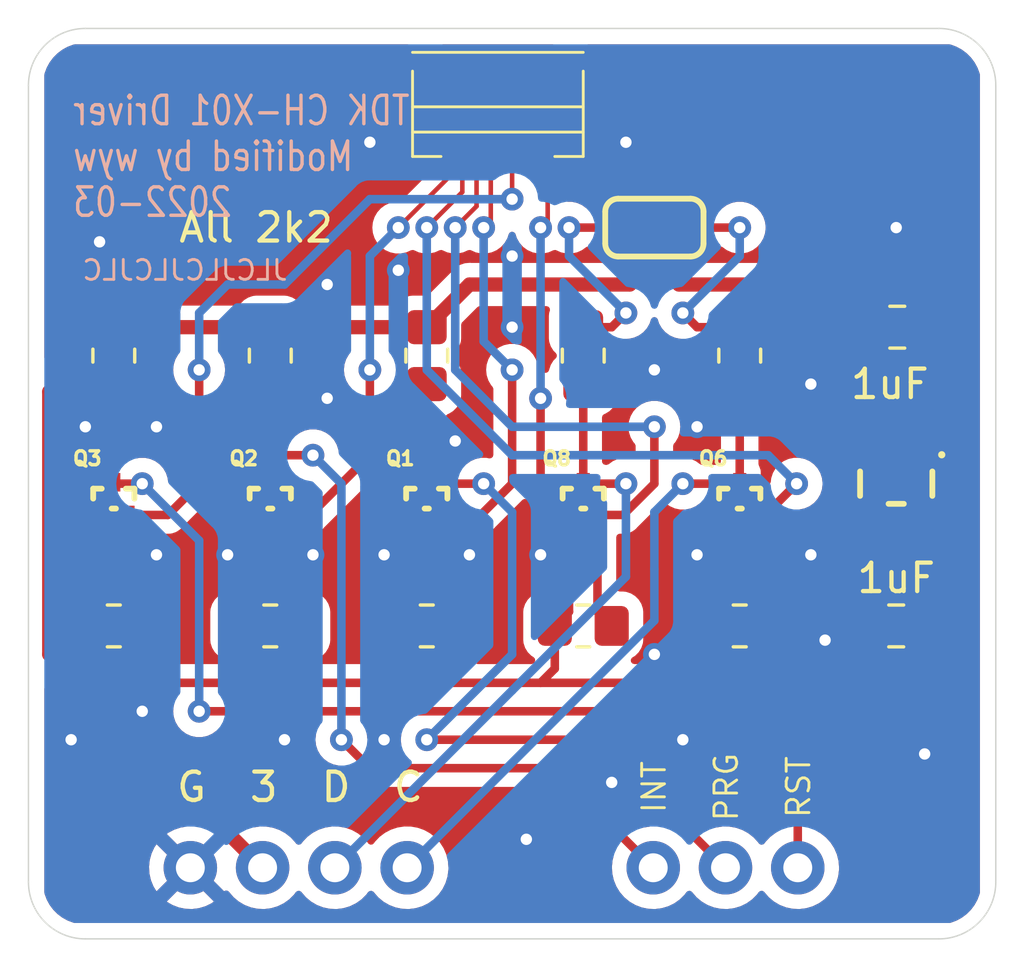
<source format=kicad_pcb>
(kicad_pcb (version 20211014) (generator pcbnew)
  (layers (0 "F.Cu" signal) (31 "B.Cu" signal) (34 "B.Paste" user) (35 "F.Paste" user) (36 "B.SilkS" user "B.Silkscreen") (37 "F.SilkS" user "F.Silkscreen") (38 "B.Mask" user) (39 "F.Mask" user) (44 "Edge.Cuts" user))
  (net 0 "")
  (net 1 "/SDA_HI")
  (net 2 "1.8V")
  (net 3 "VIN")
  (net 4 "/SCL_HI")
  (net 5 "/INT_HI")
  (net 6 "GND")
  (net 7 "/PROG_HI")
  (net 8 "/RST_HI")
  (net 9 "Net-(JP4-Pad1)")
  (net 10 "Net-(JP4-Pad3)")
  (net 11 "/PROG_LO")
  (net 12 "/INT_LO")
  (net 13 "/RST_LO")
  (net 14 "/SCL_LO")
  (net 15 "/SDA_LO")
  (footprint "Qwiic_Chirp_101:1X03_NO_SILK" (layer "F.Cu") (at 157.96 108.5)
    (fp_text reference "J5")
    (fp_text value "CONN_031X03_NO_SILK")
    (pad "1" thru_hole circle (at 0 0 90) (size 1.8796 1.8796) (drill 1.016) (layers *.Cu *.Mask) (net 5 "/INT_HI"))
    (pad "2" thru_hole circle (at 2.54 0 90) (size 1.8796 1.8796) (drill 1.016) (layers *.Cu *.Mask) (net 7 "/PROG_HI"))
    (pad "3" thru_hole circle (at 5.08 0 90) (size 1.8796 1.8796) (drill 1.016) (layers *.Cu *.Mask) (net 8 "/RST_HI"))
  )
  (footprint "Resistor_SMD:R_0805_2012Metric_Pad1.20x1.40mm_HandSolder" (layer "F.Cu") (at 161 100 180)
    (fp_text reference "R14")
    (fp_text value "2.2k")
    (fp_line (start -0.227064 -0.735) (end 0.227064 -0.735) (layer "F.SilkS") (width 0.12))
    (fp_line (start -0.227064 0.735) (end 0.227064 0.735) (layer "F.SilkS") (width 0.12))
    (pad "1" smd roundrect (at -1 0 180) (size 1.2 1.4) (layers "F.Cu" "F.Paste" "F.Mask") (roundrect_rratio 0.208333) (net 14 "/SCL_LO"))
    (pad "2" smd roundrect (at 1 0 180) (size 1.2 1.4) (layers "F.Cu" "F.Paste" "F.Mask") (roundrect_rratio 0.208333) (net 2 "1.8V"))
  )
  (footprint "Resistor_SMD:R_0805_2012Metric_Pad1.20x1.40mm_HandSolder" (layer "F.Cu") (at 139 90.5 90)
    (fp_text reference "R5")
    (fp_text value "2.2k")
    (fp_line (start -0.227064 0.735) (end 0.227064 0.735) (layer "F.SilkS") (width 0.12))
    (fp_line (start -0.227064 -0.735) (end 0.227064 -0.735) (layer "F.SilkS") (width 0.12))
    (pad "1" smd roundrect (at -1 0 90) (size 1.2 1.4) (layers "F.Cu" "F.Paste" "F.Mask") (roundrect_rratio 0.208333) (net 8 "/RST_HI"))
    (pad "2" smd roundrect (at 1 0 90) (size 1.2 1.4) (layers "F.Cu" "F.Paste" "F.Mask") (roundrect_rratio 0.208333) (net 3 "VIN"))
  )
  (footprint "Qwiic_Chirp_101:SOT-416FL" (layer "F.Cu") (at 155.5 95)
    (fp_text reference "Q8" (at -1.5 -0.6) (layer "F.SilkS") (effects (font (size 0.48768 0.48768) (thickness 0.12192)) (justify left bottom)))
    (fp_text value "20V/0.2A/8MHz/1.2Ω/1Vth")
    (fp_line (start 0.425 0.175) (end 0.725 0.175) (layer "F.SilkS") (width 0.2032))
    (fp_line (start -0.075 0.875) (end 0.075 0.875) (layer "F.SilkS") (width 0.2032))
    (fp_line (start 0.725 0.175) (end 0.725 0.525) (layer "F.SilkS") (width 0.2032))
    (fp_line (start -0.725 0.525) (end -0.725 0.175) (layer "F.SilkS") (width 0.2032))
    (fp_line (start -0.725 0.175) (end -0.425 0.175) (layer "F.SilkS") (width 0.2032))
    (pad "1" smd rect (at -0.5 1.1) (size 0.46 0.65) (layers "F.Cu" "F.Paste" "F.Mask") (net 2 "1.8V"))
    (pad "2" smd rect (at 0.5 1.1) (size 0.46 0.65) (layers "F.Cu" "F.Paste" "F.Mask") (net 15 "/SDA_LO"))
    (pad "3" smd rect (at 0 -0.05) (size 0.46 0.65) (layers "F.Cu" "F.Paste" "F.Mask") (net 1 "/SDA_HI"))
  )
  (footprint "Qwiic_Chirp_101:SMT-JUMPER_3_2-NC_TRACE_SILK" (layer "F.Cu") (at 158 86)
    (fp_text reference "JP4")
    (fp_text value "I2C PU")
    (fp_poly (pts (xy 0.3048 0.127) (xy 0.7112 0.127) (xy 0.7112 -0.127) (xy 0.3048 -0.127)) (layer "F.Cu") (width 0) (fill solid))
    (fp_poly (pts (xy -0.7112 0.127) (xy -0.3048 0.127) (xy -0.3048 -0.127) (xy -0.7112 -0.127)) (layer "F.Cu") (width 0) (fill solid))
    (fp_line (start -1.7272 0.5588) (end -1.7272 -0.5588) (layer "F.SilkS") (width 0.2032))
    (fp_line (start 1.27 1.016) (end -1.27 1.016) (layer "F.SilkS") (width 0.2032))
    (fp_line (start -1.27 -1.016) (end 1.27 -1.016) (layer "F.SilkS") (width 0.2032))
    (fp_line (start 1.7272 0.5588) (end 1.7272 -0.5588) (layer "F.SilkS") (width 0.2032))
    (fp_arc (start 1.7272 0.5588) (mid 1.593289 0.882089) (end 1.27 1.016) (layer "F.SilkS") (width 0.2032))
    (fp_arc (start 1.27 -1.016) (mid 1.593289 -0.882089) (end 1.7272 -0.5588) (layer "F.SilkS") (width 0.2032))
    (fp_arc (start -1.7272 -0.5588) (mid -1.593289 -0.882089) (end -1.27 -1.016) (layer "F.SilkS") (width 0.2032))
    (fp_arc (start -1.27 1.016) (mid -1.593289 0.882089) (end -1.7272 0.5588) (layer "F.SilkS") (width 0.2032))
    (pad "1" smd rect (at -1.016 0) (size 0.635 1.27) (layers "F.Cu" "F.Mask") (net 9 "Net-(JP4-Pad1)"))
    (pad "2" smd rect (at 0 0) (size 0.635 1.27) (layers "F.Cu" "F.Mask") (net 3 "VIN"))
    (pad "3" smd rect (at 1.016 0) (size 0.635 1.27) (layers "F.Cu" "F.Mask") (net 10 "Net-(JP4-Pad3)"))
  )
  (footprint "Qwiic_Chirp_101:SOT-416FL" (layer "F.Cu") (at 144.5 95)
    (fp_text reference "Q2" (at -1.5 -0.6) (layer "F.SilkS") (effects (font (size 0.48768 0.48768) (thickness 0.12192)) (justify left bottom)))
    (fp_text value "20V/0.2A/8MHz/1.2Ω/1Vth")
    (fp_line (start -0.725 0.175) (end -0.425 0.175) (layer "F.SilkS") (width 0.2032))
    (fp_line (start -0.725 0.525) (end -0.725 0.175) (layer "F.SilkS") (width 0.2032))
    (fp_line (start -0.075 0.875) (end 0.075 0.875) (layer "F.SilkS") (width 0.2032))
    (fp_line (start 0.725 0.175) (end 0.725 0.525) (layer "F.SilkS") (width 0.2032))
    (fp_line (start 0.425 0.175) (end 0.725 0.175) (layer "F.SilkS") (width 0.2032))
    (pad "1" smd rect (at -0.5 1.1) (size 0.46 0.65) (layers "F.Cu" "F.Paste" "F.Mask") (net 2 "1.8V"))
    (pad "2" smd rect (at 0.5 1.1) (size 0.46 0.65) (layers "F.Cu" "F.Paste" "F.Mask") (net 12 "/INT_LO"))
    (pad "3" smd rect (at 0 -0.05) (size 0.46 0.65) (layers "F.Cu" "F.Paste" "F.Mask") (net 5 "/INT_HI"))
  )
  (footprint "Qwiic_Chirp_101:FPC_MOLEX5034800800" (layer "F.Cu") (at 152.5 81.5 180)
    (fp_text reference "U$1")
    (fp_text value "MOD-CH101_CONNECTOR")
    (fp_line (start -3 -2) (end -3 1) (layer "F.SilkS") (width 0.1))
    (fp_line (start -2.998 -1.143) (end 2.998 -1.143) (layer "F.SilkS") (width 0.1))
    (fp_line (start 2 -2) (end 3 -2) (layer "F.SilkS") (width 0.1))
    (fp_line (start 2.998 -0.254) (end -2.998 -0.254) (layer "F.SilkS") (width 0.1))
    (fp_line (start -3 1.66) (end 3 1.66) (layer "F.SilkS") (width 0.1))
    (fp_line (start 3 -2) (end 3 1) (layer "F.SilkS") (width 0.1))
    (fp_line (start -2 -2) (end -3 -2) (layer "F.SilkS") (width 0.1))
    (pad "1" smd rect (at -1.75 -1.65 180) (size 0.2 0.6) (layers "F.Cu" "F.Paste" "F.Mask") (net 2 "1.8V"))
    (pad "2" smd rect (at -1.25 -1.65 180) (size 0.2 0.6) (layers "F.Cu" "F.Paste" "F.Mask") (net 6 "GND"))
    (pad "3" smd rect (at -0.75 -1.65 180) (size 0.2 0.6) (layers "F.Cu" "F.Paste" "F.Mask") (net 6 "GND"))
    (pad "4" smd rect (at -0.25 -1.65 180) (size 0.2 0.6) (layers "F.Cu" "F.Paste" "F.Mask") (net 13 "/RST_LO"))
    (pad "5" smd rect (at 0.25 -1.65 180) (size 0.2 0.6) (layers "F.Cu" "F.Paste" "F.Mask") (net 11 "/PROG_LO"))
    (pad "6" smd rect (at 0.75 -1.65 180) (size 0.2 0.6) (layers "F.Cu" "F.Paste" "F.Mask") (net 15 "/SDA_LO"))
    (pad "7" smd rect (at 1.25 -1.65 180) (size 0.2 0.6) (layers "F.Cu" "F.Paste" "F.Mask") (net 14 "/SCL_LO"))
    (pad "8" smd rect (at 1.75 -1.65 180) (size 0.2 0.6) (layers "F.Cu" "F.Paste" "F.Mask") (net 12 "/INT_LO"))
    (pad "MNT1" smd rect (at -2.55 1 180) (size 0.2 0.9) (layers "F.Cu" "F.Paste" "F.Mask"))
    (pad "MNT2" smd rect (at 2.55 1 180) (size 0.2 0.9) (layers "F.Cu" "F.Paste" "F.Mask"))
  )
  (footprint "Resistor_SMD:R_0805_2012Metric_Pad1.20x1.40mm_HandSolder" (layer "F.Cu") (at 150 100 180)
    (fp_text reference "R2")
    (fp_text value "2.2k")
    (fp_line (start -0.227064 0.735) (end 0.227064 0.735) (layer "F.SilkS") (width 0.12))
    (fp_line (start -0.227064 -0.735) (end 0.227064 -0.735) (layer "F.SilkS") (width 0.12))
    (pad "1" smd roundrect (at -1 0 180) (size 1.2 1.4) (layers "F.Cu" "F.Paste" "F.Mask") (roundrect_rratio 0.208333) (net 11 "/PROG_LO"))
    (pad "2" smd roundrect (at 1 0 180) (size 1.2 1.4) (layers "F.Cu" "F.Paste" "F.Mask") (roundrect_rratio 0.208333) (net 2 "1.8V"))
  )
  (footprint "Resistor_SMD:R_0805_2012Metric_Pad1.20x1.40mm_HandSolder" (layer "F.Cu") (at 144.5 100 180)
    (fp_text reference "R10")
    (fp_text value "2.2k")
    (fp_line (start -0.227064 -0.735) (end 0.227064 -0.735) (layer "F.SilkS") (width 0.12))
    (fp_line (start -0.227064 0.735) (end 0.227064 0.735) (layer "F.SilkS") (width 0.12))
    (pad "1" smd roundrect (at -1 0 180) (size 1.2 1.4) (layers "F.Cu" "F.Paste" "F.Mask") (roundrect_rratio 0.208333) (net 12 "/INT_LO"))
    (pad "2" smd roundrect (at 1 0 180) (size 1.2 1.4) (layers "F.Cu" "F.Paste" "F.Mask") (roundrect_rratio 0.208333) (net 2 "1.8V"))
  )
  (footprint "Resistor_SMD:R_0805_2012Metric_Pad1.20x1.40mm_HandSolder" (layer "F.Cu") (at 150 90.5 90)
    (fp_text reference "R3")
    (fp_text value "2.2k")
    (fp_line (start -0.227064 0.735) (end 0.227064 0.735) (layer "F.SilkS") (width 0.12))
    (fp_line (start -0.227064 -0.735) (end 0.227064 -0.735) (layer "F.SilkS") (width 0.12))
    (pad "1" smd roundrect (at -1 0 90) (size 1.2 1.4) (layers "F.Cu" "F.Paste" "F.Mask") (roundrect_rratio 0.208333) (net 7 "/PROG_HI"))
    (pad "2" smd roundrect (at 1 0 90) (size 1.2 1.4) (layers "F.Cu" "F.Paste" "F.Mask") (roundrect_rratio 0.208333) (net 3 "VIN"))
  )
  (footprint "Qwiic_Chirp_101:SOT23-5" (layer "F.Cu") (at 166.5 95 180)
    (fp_text reference "U1")
    (fp_text value "AP2127K-1.8V")
    (fp_line (start 1.27 -0.4294) (end 1.27 0.4294) (layer "F.SilkS") (width 0.2032))
    (fp_line (start -1.27 0.4294) (end -1.27 -0.4294) (layer "F.SilkS") (width 0.2032))
    (fp_line (start -0.2684 -0.7088) (end 0.2684 -0.7088) (layer "F.SilkS") (width 0.2032))
    (fp_circle (center -1.6002 1.016) (end -1.5367 1.016) (layer "F.SilkS") (width 0.127) (fill solid))
    (pad "1" smd rect (at -0.95 1.3001 180) (size 0.55 1.2) (layers "F.Cu" "F.Paste" "F.Mask") (net 3 "VIN"))
    (pad "2" smd rect (at 0 1.3001 180) (size 0.55 1.2) (layers "F.Cu" "F.Paste" "F.Mask") (net 6 "GND"))
    (pad "3" smd rect (at 0.95 1.3001 180) (size 0.55 1.2) (layers "F.Cu" "F.Paste" "F.Mask") (net 3 "VIN"))
    (pad "4" smd rect (at 0.95 -1.3001 180) (size 0.55 1.2) (layers "F.Cu" "F.Paste" "F.Mask"))
    (pad "5" smd rect (at -0.95 -1.3001 180) (size 0.55 1.2) (layers "F.Cu" "F.Paste" "F.Mask") (net 2 "1.8V"))
  )
  (footprint "Resistor_SMD:R_0805_2012Metric_Pad1.20x1.40mm_HandSolder" (layer "F.Cu") (at 155.5 90.5 90)
    (fp_text reference "R17")
    (fp_text value "2.2k")
    (fp_line (start -0.227064 0.735) (end 0.227064 0.735) (layer "F.SilkS") (width 0.12))
    (fp_line (start -0.227064 -0.735) (end 0.227064 -0.735) (layer "F.SilkS") (width 0.12))
    (pad "1" smd roundrect (at -1 0 90) (size 1.2 1.4) (layers "F.Cu" "F.Paste" "F.Mask") (roundrect_rratio 0.208333) (net 1 "/SDA_HI"))
    (pad "2" smd roundrect (at 1 0 90) (size 1.2 1.4) (layers "F.Cu" "F.Paste" "F.Mask") (roundrect_rratio 0.208333) (net 9 "Net-(JP4-Pad1)"))
  )
  (footprint "Qwiic_Chirp_101:1X04_NO_SILK" (layer "F.Cu") (at 141.69 108.5)
    (fp_text reference "J4")
    (fp_text value "CONN_041X04_NO_SILK")
    (pad "1" thru_hole circle (at 0 0 90) (size 1.8796 1.8796) (drill 1.016) (layers *.Cu *.Mask) (net 6 "GND"))
    (pad "2" thru_hole circle (at 2.54 0 90) (size 1.8796 1.8796) (drill 1.016) (layers *.Cu *.Mask) (net 3 "VIN"))
    (pad "3" thru_hole circle (at 5.08 0 90) (size 1.8796 1.8796) (drill 1.016) (layers *.Cu *.Mask) (net 1 "/SDA_HI"))
    (pad "4" thru_hole circle (at 7.62 0 90) (size 1.8796 1.8796) (drill 1.016) (layers *.Cu *.Mask) (net 4 "/SCL_HI"))
  )
  (footprint "Qwiic_Chirp_101:SOT-416FL" (layer "F.Cu") (at 161 95)
    (fp_text reference "Q6" (at -1.5 -0.6) (layer "F.SilkS") (effects (font (size 0.48768 0.48768) (thickness 0.12192)) (justify left bottom)))
    (fp_text value "20V/0.2A/8MHz/1.2Ω/1Vth")
    (fp_line (start -0.075 0.875) (end 0.075 0.875) (layer "F.SilkS") (width 0.2032))
    (fp_line (start -0.725 0.525) (end -0.725 0.175) (layer "F.SilkS") (width 0.2032))
    (fp_line (start -0.725 0.175) (end -0.425 0.175) (layer "F.SilkS") (width 0.2032))
    (fp_line (start 0.725 0.175) (end 0.725 0.525) (layer "F.SilkS") (width 0.2032))
    (fp_line (start 0.425 0.175) (end 0.725 0.175) (layer "F.SilkS") (width 0.2032))
    (pad "1" smd rect (at -0.5 1.1) (size 0.46 0.65) (layers "F.Cu" "F.Paste" "F.Mask") (net 2 "1.8V"))
    (pad "2" smd rect (at 0.5 1.1) (size 0.46 0.65) (layers "F.Cu" "F.Paste" "F.Mask") (net 14 "/SCL_LO"))
    (pad "3" smd rect (at 0 -0.05) (size 0.46 0.65) (layers "F.Cu" "F.Paste" "F.Mask") (net 4 "/SCL_HI"))
  )
  (footprint "Resistor_SMD:R_0805_2012Metric_Pad1.20x1.40mm_HandSolder" (layer "F.Cu") (at 155.5 100 180)
    (fp_text reference "R16")
    (fp_text value "2.2k")
    (fp_line (start -0.227064 0.735) (end 0.227064 0.735) (layer "F.SilkS") (width 0.12))
    (fp_line (start -0.227064 -0.735) (end 0.227064 -0.735) (layer "F.SilkS") (width 0.12))
    (pad "1" smd roundrect (at -1 0 180) (size 1.2 1.4) (layers "F.Cu" "F.Paste" "F.Mask") (roundrect_rratio 0.208333) (net 15 "/SDA_LO"))
    (pad "2" smd roundrect (at 1 0 180) (size 1.2 1.4) (layers "F.Cu" "F.Paste" "F.Mask") (roundrect_rratio 0.208333) (net 2 "1.8V"))
  )
  (footprint "Capacitor_SMD:C_0805_2012Metric_Pad1.18x1.45mm_HandSolder" (layer "F.Cu") (at 166.5375 89.5)
    (fp_text reference "1uF" (at -0.261252 2) (layer "F.SilkS"))
    (fp_text value "1.0uF")
    (fp_line (start -0.261252 -0.735) (end 0.261252 -0.735) (layer "F.SilkS") (width 0.12))
    (fp_line (start -0.261252 0.735) (end 0.261252 0.735) (layer "F.SilkS") (width 0.12))
    (pad "1" smd roundrect (at -1.0375 0) (size 1.175 1.45) (layers "F.Cu" "F.Paste" "F.Mask") (roundrect_rratio 0.212766) (net 3 "VIN"))
    (pad "2" smd roundrect (at 1.0375 0) (size 1.175 1.45) (layers "F.Cu" "F.Paste" "F.Mask") (roundrect_rratio 0.212766) (net 6 "GND"))
  )
  (footprint "Resistor_SMD:R_0805_2012Metric_Pad1.20x1.40mm_HandSolder" (layer "F.Cu") (at 161 90.5 90)
    (fp_text reference "R15")
    (fp_text value "2.2k")
    (fp_line (start -0.227064 0.735) (end 0.227064 0.735) (layer "F.SilkS") (width 0.12))
    (fp_line (start -0.227064 -0.735) (end 0.227064 -0.735) (layer "F.SilkS") (width 0.12))
    (pad "1" smd roundrect (at -1 0 90) (size 1.2 1.4) (layers "F.Cu" "F.Paste" "F.Mask") (roundrect_rratio 0.208333) (net 4 "/SCL_HI"))
    (pad "2" smd roundrect (at 1 0 90) (size 1.2 1.4) (layers "F.Cu" "F.Paste" "F.Mask") (roundrect_rratio 0.208333) (net 10 "Net-(JP4-Pad3)"))
  )
  (footprint "Resistor_SMD:R_0805_2012Metric_Pad1.20x1.40mm_HandSolder" (layer "F.Cu") (at 139 100 180)
    (fp_text reference "R4")
    (fp_text value "2.2k")
    (fp_line (start -0.227064 0.735) (end 0.227064 0.735) (layer "F.SilkS") (width 0.12))
    (fp_line (start -0.227064 -0.735) (end 0.227064 -0.735) (layer "F.SilkS") (width 0.12))
    (pad "1" smd roundrect (at -1 0 180) (size 1.2 1.4) (layers "F.Cu" "F.Paste" "F.Mask") (roundrect_rratio 0.208333) (net 13 "/RST_LO"))
    (pad "2" smd roundrect (at 1 0 180) (size 1.2 1.4) (layers "F.Cu" "F.Paste" "F.Mask") (roundrect_rratio 0.208333) (net 2 "1.8V"))
  )
  (footprint "Resistor_SMD:R_0805_2012Metric_Pad1.20x1.40mm_HandSolder" (layer "F.Cu") (at 144.5 90.5 90)
    (fp_text reference "R11")
    (fp_text value "2.2k")
    (fp_line (start -0.227064 -0.735) (end 0.227064 -0.735) (layer "F.SilkS") (width 0.12))
    (fp_line (start -0.227064 0.735) (end 0.227064 0.735) (layer "F.SilkS") (width 0.12))
    (pad "1" smd roundrect (at -1 0 90) (size 1.2 1.4) (layers "F.Cu" "F.Paste" "F.Mask") (roundrect_rratio 0.208333) (net 5 "/INT_HI"))
    (pad "2" smd roundrect (at 1 0 90) (size 1.2 1.4) (layers "F.Cu" "F.Paste" "F.Mask") (roundrect_rratio 0.208333) (net 3 "VIN"))
  )
  (footprint "Qwiic_Chirp_101:SOT-416FL" (layer "F.Cu") (at 150 95)
    (fp_text reference "Q1" (at -1.5 -0.6) (layer "F.SilkS") (effects (font (size 0.48768 0.48768) (thickness 0.12192)) (justify left bottom)))
    (fp_text value "20V/0.2A/8MHz/1.2Ω/1Vth")
    (fp_line (start 0.725 0.175) (end 0.725 0.525) (layer "F.SilkS") (width 0.2032))
    (fp_line (start 0.425 0.175) (end 0.725 0.175) (layer "F.SilkS") (width 0.2032))
    (fp_line (start -0.725 0.525) (end -0.725 0.175) (layer "F.SilkS") (width 0.2032))
    (fp_line (start -0.075 0.875) (end 0.075 0.875) (layer "F.SilkS") (width 0.2032))
    (fp_line (start -0.725 0.175) (end -0.425 0.175) (layer "F.SilkS") (width 0.2032))
    (pad "1" smd rect (at -0.5 1.1) (size 0.46 0.65) (layers "F.Cu" "F.Paste" "F.Mask") (net 2 "1.8V"))
    (pad "2" smd rect (at 0.5 1.1) (size 0.46 0.65) (layers "F.Cu" "F.Paste" "F.Mask") (net 11 "/PROG_LO"))
    (pad "3" smd rect (at 0 -0.05) (size 0.46 0.65) (layers "F.Cu" "F.Paste" "F.Mask") (net 7 "/PROG_HI"))
  )
  (footprint "Capacitor_SMD:C_0805_2012Metric_Pad1.18x1.45mm_HandSolder" (layer "F.Cu") (at 166.5 100)
    (fp_text reference "1uF" (at 0 -1.68 180) (layer "F.SilkS"))
    (fp_text value "1.0uF")
    (fp_line (start -0.261252 -0.735) (end 0.261252 -0.735) (layer "F.SilkS") (width 0.12))
    (fp_line (start -0.261252 0.735) (end 0.261252 0.735) (layer "F.SilkS") (width 0.12))
    (pad "1" smd roundrect (at -1.0375 0) (size 1.175 1.45) (layers "F.Cu" "F.Paste" "F.Mask") (roundrect_rratio 0.212766) (net 2 "1.8V"))
    (pad "2" smd roundrect (at 1.0375 0) (size 1.175 1.45) (layers "F.Cu" "F.Paste" "F.Mask") (roundrect_rratio 0.212766) (net 6 "GND"))
  )
  (footprint "Qwiic_Chirp_101:SOT-416FL" (layer "F.Cu") (at 139 95)
    (fp_text reference "Q3" (at -1.5 -0.6) (layer "F.SilkS") (effects (font (size 0.48768 0.48768) (thickness 0.12192)) (justify left bottom)))
    (fp_text value "20V/0.2A/8MHz/1.2Ω/1Vth")
    (fp_line (start -0.725 0.525) (end -0.725 0.175) (layer "F.SilkS") (width 0.2032))
    (fp_line (start -0.725 0.175) (end -0.425 0.175) (layer "F.SilkS") (width 0.2032))
    (fp_line (start -0.075 0.875) (end 0.075 0.875) (layer "F.SilkS") (width 0.2032))
    (fp_line (start 0.725 0.175) (end 0.725 0.525) (layer "F.SilkS") (width 0.2032))
    (fp_line (start 0.425 0.175) (end 0.725 0.175) (layer "F.SilkS") (width 0.2032))
    (pad "1" smd rect (at -0.5 1.1) (size 0.46 0.65) (layers "F.Cu" "F.Paste" "F.Mask") (net 2 "1.8V"))
    (pad "2" smd rect (at 0.5 1.1) (size 0.46 0.65) (layers "F.Cu" "F.Paste" "F.Mask") (net 13 "/RST_LO"))
    (pad "3" smd rect (at 0 -0.05) (size 0.46 0.65) (layers "F.Cu" "F.Paste" "F.Mask") (net 8 "/RST_HI"))
  )
  (gr_arc (start 168 79) (mid 169.414214 79.585786) (end 170 81) (layer "Edge.Cuts") (width 0.05))
  (gr_line (start 138 79) (end 168 79) (layer "Edge.Cuts") (width 0.05))
  (gr_arc (start 170 109) (mid 169.414214 110.414214) (end 168 111) (layer "Edge.Cuts") (width 0.05))
  (gr_line (start 136 109) (end 136 81) (layer "Edge.Cuts") (width 0.05))
  (gr_arc (start 138 111) (mid 136.585786 110.414214) (end 136 109) (layer "Edge.Cuts") (width 0.05))
  (gr_line (start 170 81) (end 170 109) (layer "Edge.Cuts") (width 0.05))
  (gr_line (start 168 111) (end 138 111) (layer "Edge.Cuts") (width 0.05))
  (gr_arc (start 136 81) (mid 136.585786 79.585786) (end 138 79) (layer "Edge.Cuts") (width 0.05))
  (gr_text "TDK CH-X01 Driver\nModified by wyw\n2022-03" (at 137.5 83.5) (layer "B.SilkS") (effects (font (size 1 0.8) (thickness 0.12)) (justify right mirror)))
  (gr_text "JLCJLCJLCJLC" (at 141.5 87.5) (layer "B.SilkS") (effects (font (size 0.7 0.7) (thickness 0.1)) (justify mirror)))
  (gr_text "C" (at 149.352 105.664) (layer "F.SilkS") (effects (font (size 1 1))))
  (gr_text "3" (at 144.272 105.664) (layer "F.SilkS") (effects (font (size 1 1))))
  (gr_text "INT" (at 157.988 105.664 90) (layer "F.SilkS") (effects (font (size 0.8 0.8) (thickness 0.1))))
  (gr_text "PRG" (at 160.528 105.664 90) (layer "F.SilkS") (effects (font (size 0.8 0.8) (thickness 0.1))))
  (gr_text "G" (at 141.732 105.664) (layer "F.SilkS") (effects (font (size 1 1))))
  (gr_text "All 2k2" (at 144 86) (layer "F.SilkS") (effects (font (size 1 1))))
  (gr_text "D" (at 146.812 105.664) (layer "F.SilkS") (effects (font (size 1 1))))
  (gr_text "RST" (at 163.068 105.664 90) (layer "F.SilkS") (effects (font (size 0.8 0.8) (thickness 0.1))))
  (segment (start 155.55 95) (end 155.5 94.95) (width 0.3) (layer "F.Cu") (net 1))
  (segment (start 155.5 91.5) (end 155.5 94.95) (width 0.3) (layer "F.Cu") (net 1))
  (segment (start 157 95) (end 155.55 95) (width 0.3) (layer "F.Cu") (net 1))
  (via (at 157 95) (size 0.8) (drill 0.4) (layers "F.Cu" "B.Cu") (net 1))
  (segment (start 153 102.27) (end 157 98.27) (width 0.3) (layer "B.Cu") (net 1))
  (segment (start 146.77 108.5) (end 153 102.27) (width 0.3) (layer "B.Cu") (net 1))
  (segment (start 157 98.27) (end 157 95) (width 0.3) (layer "B.Cu") (net 1))
  (segment (start 160.5 99.5) (end 160.5 96.1) (width 0.3) (layer "F.Cu") (net 2))
  (segment (start 154.25 83.15) (end 154.25 85.75) (width 0.16) (layer "F.Cu") (net 2))
  (segment (start 154.5 101.5) (end 154 102) (width 0.3) (layer "F.Cu") (net 2))
  (segment (start 154 92) (end 154 95.1) (width 0.3) (layer "F.Cu") (net 2))
  (segment (start 154.25 85.75) (end 154 86) (width 0.16) (layer "F.Cu") (net 2))
  (segment (start 138 100) (end 138.5 99.5) (width 0.3) (layer "F.Cu") (net 2))
  (segment (start 165.4625 100) (end 165.4625 99.5375) (width 0.3) (layer "F.Cu") (net 2))
  (segment (start 160 100) (end 160 101) (width 0.3) (layer "F.Cu") (net 2))
  (segment (start 149 102) (end 154 102) (width 0.3) (layer "F.Cu") (net 2))
  (segment (start 143.5 100) (end 143.5 101.5) (width 0.3) (layer "F.Cu") (net 2))
  (segment (start 144 102) (end 149 102) (width 0.3) (layer "F.Cu") (net 2))
  (segment (start 144 99.5) (end 144 96.1) (width 0.3) (layer "F.Cu") (net 2))
  (segment (start 160 100) (end 160.5 99.5) (width 0.3) (layer "F.Cu") (net 2))
  (segment (start 143.5 100) (end 144 99.5) (width 0.3) (layer "F.Cu") (net 2))
  (segment (start 165.4625 100.5375) (end 164 102) (width 0.3) (layer "F.Cu") (net 2))
  (segment (start 138 100) (end 138 101) (width 0.3) (layer "F.Cu") (net 2))
  (segment (start 154.5 100) (end 154.5 101.5) (width 0.3) (layer "F.Cu") (net 2))
  (segment (start 155 99.5) (end 155 96.1) (width 0.3) (layer "F.Cu") (net 2))
  (segment (start 154 102) (end 159 102) (width 0.3) (layer "F.Cu") (net 2))
  (segment (start 165.4625 99.5375) (end 167.45 97.55) (width 0.3) (layer "F.Cu") (net 2))
  (segment (start 160 101) (end 159 102) (width 0.3) (layer "F.Cu") (net 2))
  (segment (start 154.5 100) (end 155 99.5) (width 0.3) (layer "F.Cu") (net 2))
  (segment (start 149 100) (end 149.5 99.5) (width 0.3) (layer "F.Cu") (net 2))
  (segment (start 154 95.1) (end 155 96.1) (width 0.3) (layer "F.Cu") (net 2))
  (segment (start 138 101) (end 139 102) (width 0.3) (layer "F.Cu") (net 2))
  (segment (start 149.5 99.5) (end 149.5 96.1) (width 0.3) (layer "F.Cu") (net 2))
  (segment (start 138.5 99.5) (end 138.5 96.1) (width 0.3) (layer "F.Cu") (net 2))
  (segment (start 143.5 101.5) (end 144 102) (width 0.3) (layer "F.Cu") (net 2))
  (segment (start 149 100) (end 149 102) (width 0.3) (layer "F.Cu") (net 2))
  (segment (start 139 102) (end 144 102) (width 0.3) (layer "F.Cu") (net 2))
  (segment (start 165.4625 100) (end 165.4625 100.5375) (width 0.3) (layer "F.Cu") (net 2))
  (segment (start 164 102) (end 159 102) (width 0.3) (layer "F.Cu") (net 2))
  (segment (start 167.45 97.55) (end 167.45 96.3001) (width 0.3) (layer "F.Cu") (net 2))
  (via (at 154 92) (size 0.8) (drill 0.4) (layers "F.Cu" "B.Cu") (net 2))
  (via (at 154 86) (size 0.8) (drill 0.4) (layers "F.Cu" "B.Cu") (net 2))
  (segment (start 154 86) (end 154 92) (width 0.3) (layer "B.Cu") (net 2))
  (segment (start 151.5 88) (end 157.135 88) (width 0.5) (layer "F.Cu") (net 3))
  (segment (start 136.73 91.77) (end 139 89.5) (width 0.5) (layer "F.Cu") (net 3))
  (segment (start 167.45 93.6999) (end 167.45 92.45) (width 0.5) (layer "F.Cu") (net 3))
  (segment (start 165.5 93.6499) (end 165.55 93.6999) (width 0.5) (layer "F.Cu") (net 3))
  (segment (start 165.5 91.5) (end 165.5 93.6499) (width 0.5) (layer "F.Cu") (net 3))
  (segment (start 139 89.5) (end 144.5 89.5) (width 0.5) (layer "F.Cu") (net 3))
  (segment (start 150 89.5) (end 151.5 88) (width 0.5) (layer "F.Cu") (net 3))
  (segment (start 157.135 88) (end 158 87.135) (width 0.5) (layer "F.Cu") (net 3))
  (segment (start 158.865 88) (end 158 87.135) (width 0.5) (layer "F.Cu") (net 3))
  (segment (start 136.73 101) (end 136.73 91.77) (width 0.5) (layer "F.Cu") (net 3))
  (segment (start 144.5 89.5) (end 150 89.5) (width 0.5) (layer "F.Cu") (net 3))
  (segment (start 158 87.135) (end 158 86) (width 0.5) (layer "F.Cu") (net 3))
  (segment (start 164 88) (end 158.865 88) (width 0.5) (layer "F.Cu") (net 3))
  (segment (start 167.45 92.45) (end 166.5 91.5) (width 0.5) (layer "F.Cu") (net 3))
  (segment (start 144.23 108.5) (end 136.73 101) (width 0.5) (layer "F.Cu") (net 3))
  (segment (start 165.5 89.5) (end 165.5 91.5) (width 0.5) (layer "F.Cu") (net 3))
  (segment (start 166.5 91.5) (end 165.5 91.5) (width 0.5) (layer "F.Cu") (net 3))
  (segment (start 165.5 89.5) (end 164 88) (width 0.5) (layer "F.Cu") (net 3))
  (segment (start 159 95) (end 160.95 95) (width 0.3) (layer "F.Cu") (net 4))
  (segment (start 161 91.5) (end 161 94.95) (width 0.3) (layer "F.Cu") (net 4))
  (segment (start 160.95 95) (end 161 94.95) (width 0.3) (layer "F.Cu") (net 4))
  (via (at 159 95) (size 0.8) (drill 0.4) (layers "F.Cu" "B.Cu") (net 4))
  (segment (start 158 98) (end 158 96) (width 0.3) (layer "B.Cu") (net 4))
  (segment (start 149.31 108.5) (end 158 99.81) (width 0.3) (layer "B.Cu") (net 4))
  (segment (start 158 99.81) (end 158 98) (width 0.3) (layer "B.Cu") (net 4))
  (segment (start 158 96) (end 159 95) (width 0.3) (layer "B.Cu") (net 4))
  (segment (start 146 94) (end 145 94) (width 0.3) (layer "F.Cu") (net 5))
  (segment (start 148 105) (end 147 104) (width 0.3) (layer "F.Cu") (net 5))
  (segment (start 144.5 93.5) (end 144.5 94.95) (width 0.3) (layer "F.Cu") (net 5))
  (segment (start 157.96 108.5) (end 155.46 106) (width 0.3) (layer "F.Cu") (net 5))
  (segment (start 149 105) (end 148 105) (width 0.3) (layer "F.Cu") (net 5))
  (segment (start 154.46 105) (end 149 105) (width 0.3) (layer "F.Cu") (net 5))
  (segment (start 144.5 91.5) (end 144.5 93.5) (width 0.3) (layer "F.Cu") (net 5))
  (segment (start 155.46 106) (end 154.46 105) (width 0.3) (layer "F.Cu") (net 5))
  (segment (start 145 94) (end 144.5 93.5) (width 0.3) (layer "F.Cu") (net 5))
  (via (at 146 94) (size 0.8) (drill 0.4) (layers "F.Cu" "B.Cu") (net 5))
  (via (at 147 104) (size 0.8) (drill 0.4) (layers "F.Cu" "B.Cu") (net 5))
  (segment (start 147 95) (end 146 94) (width 0.3) (layer "B.Cu") (net 5))
  (segment (start 147 104) (end 147 95) (width 0.3) (layer "B.Cu") (net 5))
  (segment (start 153.25 83.15) (end 153.75 83.15) (width 0.16) (layer "F.Cu") (net 6))
  (segment (start 153.75 83.15) (end 153.75 82.25) (width 0.16) (layer "F.Cu") (net 6))
  (segment (start 153.75 82.25) (end 156.25 82.25) (width 0.16) (layer "F.Cu") (net 6))
  (segment (start 156.25 82.25) (end 157 83) (width 0.16) (layer "F.Cu") (net 6))
  (via (at 145 104) (size 0.8) (drill 0.4) (layers "F.Cu" "B.Cu") (net 6))
  (via (at 163.5 91.5) (size 0.8) (drill 0.4) (layers "F.Cu" "B.Cu") (net 6))
  (via (at 146.5 88) (size 0.8) (drill 0.4) (layers "F.Cu" "B.Cu") (net 6))
  (via (at 167.5 104.5) (size 0.8) (drill 0.4) (layers "F.Cu" "B.Cu") (net 6))
  (via (at 149 87.5) (size 0.8) (drill 0.4) (layers "F.Cu" "B.Cu") (net 6))
  (via (at 143 97.5) (size 0.8) (drill 0.4) (layers "F.Cu" "B.Cu") (net 6))
  (via (at 158 101) (size 0.8) (drill 0.4) (layers "F.Cu" "B.Cu") (net 6))
  (via (at 164 100.5) (size 0.8) (drill 0.4) (layers "F.Cu" "B.Cu") (net 6))
  (via (at 159.5 97.5) (size 0.8) (drill 0.4) (layers "F.Cu" "B.Cu") (net 6))
  (via (at 156.5 105.5) (size 0.8) (drill 0.4) (layers "F.Cu" "B.Cu") (net 6))
  (via (at 146 97.5) (size 0.8) (drill 0.4) (layers "F.Cu" "B.Cu") (net 6))
  (via (at 153 89.5) (size 0.8) (drill 0.4) (layers "F.Cu" "B.Cu") (net 6))
  (via (at 157 83) (size 0.8) (drill 0.4) (layers "F.Cu" "B.Cu") (net 6))
  (via (at 163.5 97.5) (size 0.8) (drill 0.4) (layers "F.Cu" "B.Cu") (net 6))
  (via (at 146.5 92) (size 0.8) (drill 0.4) (layers "F.Cu" "B.Cu") (net 6))
  (via (at 138 93) (size 0.8) (drill 0.4) (layers "F.Cu" "B.Cu") (net 6))
  (via (at 148 83) (size 0.8) (drill 0.4) (layers "F.Cu" "B.Cu") (net 6))
  (via (at 148.5 104) (size 0.8) (drill 0.4) (layers "F.Cu" "B.Cu") (net 6))
  (via (at 138.5 86.5) (size 0.8) (drill 0.4) (layers "F.Cu" "B.Cu") (net 6))
  (via (at 159.5 93) (size 0.8) (drill 0.4) (layers "F.Cu" "B.Cu") (net 6))
  (via (at 137.5 104) (size 0.8) (drill 0.4) (layers "F.Cu" "B.Cu") (net 6))
  (via (at 153.5 107.5) (size 0.8) (drill 0.4) (layers "F.Cu" "B.Cu") (net 6))
  (via (at 153 87) (size 0.8) (drill 0.4) (layers "F.Cu" "B.Cu") (net 6))
  (via (at 158 91) (size 0.8) (drill 0.4) (layers "F.Cu" "B.Cu") (net 6))
  (via (at 140.5 97.5) (size 0.8) (drill 0.4) (layers "F.Cu" "B.Cu") (net 6))
  (via (at 151 93.5) (size 0.8) (drill 0.4) (layers "F.Cu" "B.Cu") (net 6))
  (via (at 151.5 97.5) (size 0.8) (drill 0.4) (layers "F.Cu" "B.Cu") (net 6))
  (via (at 148.5 97.5) (size 0.8) (drill 0.4) (layers "F.Cu" "B.Cu") (net 6))
  (via (at 140 103) (size 0.8) (drill 0.4) (layers "F.Cu" "B.Cu") (net 6))
  (via (at 159 104) (size 0.8) (drill 0.4) (layers "F.Cu" "B.Cu") (net 6))
  (via (at 140.5 93) (size 0.8) (drill 0.4) (layers "F.Cu" "B.Cu") (net 6))
  (via (at 154 97.5) (size 0.8) (drill 0.4) (layers "F.Cu" "B.Cu") (net 6))
  (via (at 166.5 86) (size 0.8) (drill 0.4) (layers "F.Cu" "B.Cu") (net 6))
  (segment (start 160.5 108.5) (end 156 104) (width 0.3) (layer "F.Cu") (net 7))
  (segment (start 156 104) (end 150 104) (width 0.3) (layer "F.Cu") (net 7))
  (segment (start 152 95) (end 150.05 95) (width 0.3) (layer "F.Cu") (net 7))
  (segment (start 150 91.5) (end 150 94.95) (width 0.3) (layer "F.Cu") (net 7))
  (segment (start 150.05 95) (end 150 94.95) (width 0.3) (layer "F.Cu") (net 7))
  (via (at 150 104) (size 0.8) (drill 0.4) (layers "F.Cu" "B.Cu") (net 7))
  (via (at 152 95) (size 0.8) (drill 0.4) (layers "F.Cu" "B.Cu") (net 7))
  (segment (start 153 96) (end 152 95) (width 0.3) (layer "B.Cu") (net 7))
  (segment (start 153 101) (end 153 96) (width 0.3) (layer "B.Cu") (net 7))
  (segment (start 150 104) (end 153 101) (width 0.3) (layer "B.Cu") (net 7))
  (segment (start 162 103) (end 142 103) (width 0.3) (layer "F.Cu") (net 8))
  (segment (start 140 95) (end 139.05 95) (width 0.3) (layer "F.Cu") (net 8))
  (segment (start 163.04 104.04) (end 162 103) (width 0.3) (layer "F.Cu") (net 8))
  (segment (start 163.04 108.5) (end 163.04 104.04) (width 0.3) (layer "F.Cu") (net 8))
  (segment (start 139.05 95) (end 139 94.95) (width 0.3) (layer "F.Cu") (net 8))
  (segment (start 139 91.5) (end 139 94.95) (width 0.3) (layer "F.Cu") (net 8))
  (via (at 140 95) (size 0.8) (drill 0.4) (layers "F.Cu" "B.Cu") (net 8))
  (via (at 142 103) (size 0.8) (drill 0.4) (layers "F.Cu" "B.Cu") (net 8))
  (segment (start 142 103) (end 142 98) (width 0.3) (layer "B.Cu") (net 8))
  (segment (start 142 97) (end 140 95) (width 0.3) (layer "B.Cu") (net 8))
  (segment (start 142 98) (end 142 97) (width 0.3) (layer "B.Cu") (net 8))
  (segment (start 155 86) (end 156.984 86) (width 0.3) (layer "F.Cu") (net 9))
  (segment (start 155.5 89.5) (end 156.5 89.5) (width 0.3) (layer "F.Cu") (net 9))
  (segment (start 156.5 89.5) (end 157 89) (width 0.3) (layer "F.Cu") (net 9))
  (via (at 157 89) (size 0.8) (drill 0.4) (layers "F.Cu" "B.Cu") (net 9))
  (via (at 155 86) (size 0.8) (drill 0.4) (layers "F.Cu" "B.Cu") (net 9))
  (segment (start 155 87) (end 155 86) (width 0.3) (layer "B.Cu") (net 9))
  (segment (start 157 89) (end 155 87) (width 0.3) (layer "B.Cu") (net 9))
  (segment (start 161 89.5) (end 159.5 89.5) (width 0.3) (layer "F.Cu") (net 10))
  (segment (start 159.5 89.5) (end 159 89) (width 0.3) (layer "F.Cu") (net 10))
  (segment (start 161 86) (end 159.016 86) (width 0.3) (layer "F.Cu") (net 10))
  (via (at 161 86) (size 0.8) (drill 0.4) (layers "F.Cu" "B.Cu") (net 10))
  (via (at 159 89) (size 0.8) (drill 0.4) (layers "F.Cu" "B.Cu") (net 10))
  (segment (start 161 87) (end 161 86) (width 0.3) (layer "B.Cu") (net 10))
  (segment (start 159 89) (end 161 87) (width 0.3) (layer "B.Cu") (net 10))
  (segment (start 153 91) (end 153 95) (width 0.3) (layer "F.Cu") (net 11))
  (segment (start 150.5 99.5) (end 151 100) (width 0.3) (layer "F.Cu") (net 11))
  (segment (start 150.5 96.1) (end 150.5 99.5) (width 0.3) (layer "F.Cu") (net 11))
  (segment (start 152.25 85.75) (end 152 86) (width 0.16) (layer "F.Cu") (net 11))
  (segment (start 153 95) (end 151.9 96.1) (width 0.3) (layer "F.Cu") (net 11))
  (segment (start 151.9 96.1) (end 150.5 96.1) (width 0.3) (layer "F.Cu") (net 11))
  (segment (start 152.25 83.15) (end 152.25 85.75) (width 0.16) (layer "F.Cu") (net 11))
  (via (at 152 86) (size 0.8) (drill 0.4) (layers "F.Cu" "B.Cu") (net 11))
  (via (at 153 91) (size 0.8) (drill 0.4) (layers "F.Cu" "B.Cu") (net 11))
  (segment (start 152 89) (end 152 90) (width 0.3) (layer "B.Cu") (net 11))
  (segment (start 152 90) (end 153 91) (width 0.3) (layer "B.Cu") (net 11))
  (segment (start 152 86) (end 152 89) (width 0.3) (layer "B.Cu") (net 11))
  (segment (start 145 99.5) (end 145.5 100) (width 0.3) (layer "F.Cu") (net 12))
  (segment (start 150.75 83.15) (end 150.75 84.25) (width 0.16) (layer "F.Cu") (net 12))
  (segment (start 145.9 96.1) (end 148 94) (width 0.3) (layer "F.Cu") (net 12))
  (segment (start 145 96.1) (end 145 99.5) (width 0.3) (layer "F.Cu") (net 12))
  (segment (start 145 96.1) (end 145.9 96.1) (width 0.3) (layer "F.Cu") (net 12))
  (segment (start 150.75 84.25) (end 149 86) (width 0.16) (layer "F.Cu") (net 12))
  (segment (start 148 94) (end 148 91) (width 0.3) (layer "F.Cu") (net 12))
  (via (at 149 86) (size 0.8) (drill 0.4) (layers "F.Cu" "B.Cu") (net 12))
  (via (at 148 91) (size 0.8) (drill 0.4) (layers "F.Cu" "B.Cu") (net 12))
  (segment (start 148 87) (end 149 86) (width 0.3) (layer "B.Cu") (net 12))
  (segment (start 148 91) (end 148 87) (width 0.3) (layer "B.Cu") (net 12))
  (segment (start 153 83.86) (end 153 85) (width 0.16) (layer "F.Cu") (net 13))
  (segment (start 139.5 96.1) (end 139.5 99.5) (width 0.3) (layer "F.Cu") (net 13))
  (segment (start 139.5 99.5) (end 140 100) (width 0.3) (layer "F.Cu") (net 13))
  (segment (start 152.75 83.15) (end 152.75 83.61) (width 0.16) (layer "F.Cu") (net 13))
  (segment (start 142 95) (end 142 91) (width 0.3) (layer "F.Cu") (net 13))
  (segment (start 139.9 96.1) (end 140.9 96.1) (width 0.3) (layer "F.Cu") (net 13))
  (segment (start 140.9 96.1) (end 142 95) (width 0.3) (layer "F.Cu") (net 13))
  (segment (start 139.5 96.1) (end 139.9 96.1) (width 0.3) (layer "F.Cu") (net 13))
  (segment (start 152.75 83.61) (end 153 83.86) (width 0.16) (layer "F.Cu") (net 13))
  (via (at 153 85) (size 0.8) (drill 0.4) (layers "F.Cu" "B.Cu") (net 13))
  (via (at 142 91) (size 0.8) (drill 0.4) (layers "F.Cu" "B.Cu") (net 13))
  (segment (start 145 88) (end 148 85) (width 0.3) (layer "B.Cu") (net 13))
  (segment (start 143 88) (end 145 88) (width 0.3) (layer "B.Cu") (net 13))
  (segment (start 148 85) (end 153 85) (width 0.3) (layer "B.Cu") (net 13))
  (segment (start 142 91) (end 142 89) (width 0.3) (layer "B.Cu") (net 13))
  (segment (start 142 89) (end 143 88) (width 0.3) (layer "B.Cu") (net 13))
  (segment (start 163 95) (end 161.9 96.1) (width 0.3) (layer "F.Cu") (net 14))
  (segment (start 151.25 84.75) (end 150 86) (width 0.16) (layer "F.Cu") (net 14))
  (segment (start 161.5 99.5) (end 162 100) (width 0.3) (layer "F.Cu") (net 14))
  (segment (start 161.9 96.1) (end 161.5 96.1) (width 0.3) (layer "F.Cu") (net 14))
  (segment (start 151.25 83.15) (end 151.25 84.75) (width 0.16) (layer "F.Cu") (net 14))
  (segment (start 161.5 96.1) (end 161.5 99.5) (width 0.3) (layer "F.Cu") (net 14))
  (via (at 150 86) (size 0.8) (drill 0.4) (layers "F.Cu" "B.Cu") (net 14))
  (via (at 163 95) (size 0.8) (drill 0.4) (layers "F.Cu" "B.Cu") (net 14))
  (segment (start 150 91) (end 153 94) (width 0.3) (layer "B.Cu") (net 14))
  (segment (start 153 94) (end 162 94) (width 0.3) (layer "B.Cu") (net 14))
  (segment (start 162 94) (end 163 95) (width 0.3) (layer "B.Cu") (net 14))
  (segment (start 150 86) (end 150 91) (width 0.3) (layer "B.Cu") (net 14))
  (segment (start 158 95) (end 156.9 96.1) (width 0.3) (layer "F.Cu") (net 15))
  (segment (start 156.9 96.1) (end 156 96.1) (width 0.3) (layer "F.Cu") (net 15))
  (segment (start 151.75 83.15) (end 151.75 85.25) (width 0.16) (layer "F.Cu") (net 15))
  (segment (start 151.75 85.25) (end 151 86) (width 0.16) (layer "F.Cu") (net 15))
  (segment (start 156 96.1) (end 156 99.5) (width 0.3) (layer "F.Cu") (net 15))
  (segment (start 158 93) (end 158 95) (width 0.3) (layer "F.Cu") (net 15))
  (segment (start 156 99.5) (end 156.5 100) (width 0.3) (layer "F.Cu") (net 15))
  (via (at 151 86) (size 0.8) (drill 0.4) (layers "F.Cu" "B.Cu") (net 15))
  (via (at 158 93) (size 0.8) (drill 0.4) (layers "F.Cu" "B.Cu") (net 15))
  (segment (start 153 93) (end 158 93) (width 0.3) (layer "B.Cu") (net 15))
  (segment (start 151 86) (end 151 91) (width 0.3) (layer "B.Cu") (net 15))
  (segment (start 151 91) (end 153 93) (width 0.3) (layer "B.Cu") (net 15))
  (zone (net 6) (net_name "GND") (layer "F.Cu") (connect_pads (clearance 0.508)) (min_thickness 0.254) (fill yes (thermal_gap 0.508) (thermal_bridge_width 0.508))
    (polygon (pts (xy 171 112) (xy 135 112) (xy 135 78) (xy 171 78)))
  )
  (zone (net 6) (net_name "GND") (layer "B.Cu") (connect_pads (clearance 0.508)) (min_thickness 0.254) (fill yes (thermal_gap 0.508) (thermal_bridge_width 0.508))
    (polygon (pts (xy 171 112) (xy 135 112) (xy 135 78) (xy 171 78)))
  )
)
</source>
